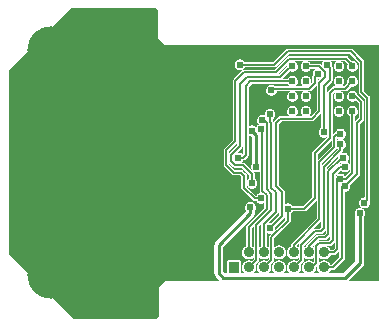
<source format=gbr>
G04 start of page 3 for group 1 idx 1 *
G04 Title: (unknown), bottom *
G04 Creator: pcb 20140316 *
G04 CreationDate: Mon Oct 20 11:42:40 2014 UTC *
G04 For: clemi *
G04 Format: Gerber/RS-274X *
G04 PCB-Dimensions (mil): 1470.00 1065.00 *
G04 PCB-Coordinate-Origin: lower left *
%MOIN*%
%FSLAX25Y25*%
%LNBOTTOM*%
%ADD46C,0.0130*%
%ADD45C,0.0130*%
%ADD44C,0.0197*%
%ADD43C,0.0827*%
%ADD42C,0.0118*%
%ADD41C,0.0240*%
%ADD40C,0.0276*%
%ADD39C,0.0198*%
%ADD38C,0.0354*%
%ADD37C,0.1575*%
%ADD36C,0.0100*%
%ADD35C,0.0060*%
%ADD34C,0.0001*%
G54D34*G36*
X111497Y19224D02*X113111Y20839D01*
X113138Y20862D01*
X113230Y20969D01*
X113304Y21090D01*
X113359Y21221D01*
X113392Y21359D01*
X113403Y21500D01*
X113400Y21535D01*
Y43701D01*
X113500Y43693D01*
X113783Y43716D01*
X114058Y43782D01*
X114320Y43890D01*
X114562Y44038D01*
X114777Y44223D01*
X114962Y44438D01*
X115110Y44680D01*
X115218Y44942D01*
X115284Y45217D01*
X115301Y45500D01*
X115284Y45783D01*
X115240Y45967D01*
X118111Y48839D01*
X118138Y48862D01*
X118230Y48969D01*
X118230Y48969D01*
X118304Y49090D01*
X118359Y49221D01*
X118392Y49359D01*
X118403Y49500D01*
X118400Y49535D01*
Y66127D01*
X119611Y67339D01*
X119638Y67362D01*
X119730Y67469D01*
X119804Y67590D01*
X119859Y67721D01*
X119892Y67859D01*
X119903Y68000D01*
X119900Y68035D01*
Y73465D01*
X119903Y73500D01*
X119892Y73641D01*
X119892Y73641D01*
X119859Y73779D01*
X119804Y73910D01*
X119730Y74031D01*
X119638Y74138D01*
X119611Y74161D01*
X117719Y76054D01*
X117718Y76058D01*
X117610Y76320D01*
X117462Y76562D01*
X117277Y76777D01*
X117062Y76962D01*
X116820Y77110D01*
X116558Y77218D01*
X116283Y77284D01*
X116000Y77307D01*
X115717Y77284D01*
X115442Y77218D01*
X115180Y77110D01*
X114938Y76962D01*
X114723Y76777D01*
X114538Y76562D01*
X114390Y76320D01*
X114282Y76058D01*
X114216Y75783D01*
X114193Y75500D01*
X114216Y75217D01*
X114282Y74942D01*
X114390Y74680D01*
X114538Y74438D01*
X114723Y74223D01*
X114938Y74038D01*
X115180Y73890D01*
X115442Y73782D01*
X115717Y73716D01*
X116000Y73693D01*
X116283Y73716D01*
X116558Y73782D01*
X116820Y73890D01*
X117062Y74038D01*
X117130Y74097D01*
X118100Y73127D01*
Y68373D01*
X116900Y67173D01*
Y68939D01*
X117062Y69038D01*
X117277Y69223D01*
X117462Y69438D01*
X117610Y69680D01*
X117718Y69942D01*
X117784Y70217D01*
X117801Y70500D01*
X117784Y70783D01*
X117718Y71058D01*
X117610Y71320D01*
X117462Y71562D01*
X117277Y71777D01*
X117062Y71962D01*
X116820Y72110D01*
X116558Y72218D01*
X116283Y72284D01*
X116000Y72307D01*
X115717Y72284D01*
X115442Y72218D01*
X115180Y72110D01*
X114938Y71962D01*
X114723Y71777D01*
X114538Y71562D01*
X114390Y71320D01*
X114282Y71058D01*
X114216Y70783D01*
X114193Y70500D01*
X114216Y70217D01*
X114282Y69942D01*
X114390Y69680D01*
X114538Y69438D01*
X114723Y69223D01*
X114938Y69038D01*
X115100Y68939D01*
Y52836D01*
X114962Y53062D01*
X114777Y53277D01*
X114562Y53462D01*
X114320Y53610D01*
X114202Y53658D01*
X114277Y53723D01*
X114462Y53938D01*
X114610Y54180D01*
X114718Y54442D01*
X114784Y54717D01*
X114801Y55000D01*
X114784Y55283D01*
X114718Y55558D01*
X114610Y55820D01*
X114462Y56062D01*
X114277Y56277D01*
X114062Y56462D01*
X113820Y56610D01*
X113558Y56718D01*
X113283Y56784D01*
X113000Y56807D01*
X112717Y56784D01*
X112506Y56734D01*
X112611Y56839D01*
X112638Y56862D01*
X112730Y56969D01*
X112730Y56969D01*
X112804Y57090D01*
X112859Y57221D01*
X112892Y57359D01*
X112903Y57500D01*
X112900Y57535D01*
Y57939D01*
X113062Y58038D01*
X113277Y58223D01*
X113462Y58438D01*
X113610Y58680D01*
X113718Y58942D01*
X113784Y59217D01*
X113801Y59500D01*
X113784Y59783D01*
X113718Y60058D01*
X113610Y60320D01*
X113462Y60562D01*
X113277Y60777D01*
X113062Y60962D01*
X112820Y61110D01*
X112558Y61218D01*
X112426Y61250D01*
X112558Y61282D01*
X112820Y61390D01*
X113062Y61538D01*
X113277Y61723D01*
X113462Y61938D01*
X113610Y62180D01*
X113718Y62442D01*
X113784Y62717D01*
X113801Y63000D01*
X113784Y63283D01*
X113718Y63558D01*
X113610Y63820D01*
X113462Y64062D01*
X113277Y64277D01*
X113062Y64462D01*
X112820Y64610D01*
X112558Y64718D01*
X112283Y64784D01*
X112000Y64807D01*
X111717Y64784D01*
X111497Y64731D01*
Y68694D01*
X111500Y68693D01*
X111783Y68716D01*
X112058Y68782D01*
X112320Y68890D01*
X112562Y69038D01*
X112777Y69223D01*
X112962Y69438D01*
X113110Y69680D01*
X113218Y69942D01*
X113284Y70217D01*
X113301Y70500D01*
X113284Y70783D01*
X113218Y71058D01*
X113110Y71320D01*
X112962Y71562D01*
X112777Y71777D01*
X112562Y71962D01*
X112320Y72110D01*
X112058Y72218D01*
X111783Y72284D01*
X111500Y72307D01*
X111497Y72306D01*
Y73694D01*
X111500Y73693D01*
X111783Y73716D01*
X112058Y73782D01*
X112320Y73890D01*
X112562Y74038D01*
X112777Y74223D01*
X112962Y74438D01*
X113110Y74680D01*
X113218Y74942D01*
X113284Y75217D01*
X113301Y75500D01*
X113284Y75783D01*
X113218Y76058D01*
X113110Y76320D01*
X112962Y76562D01*
X112777Y76777D01*
X112562Y76962D01*
X112336Y77100D01*
X113465D01*
X113500Y77097D01*
X113641Y77108D01*
X113641Y77108D01*
X113779Y77141D01*
X113910Y77196D01*
X114031Y77270D01*
X114138Y77362D01*
X114161Y77389D01*
X115533Y78760D01*
X115717Y78716D01*
X116000Y78693D01*
X116283Y78716D01*
X116558Y78782D01*
X116820Y78890D01*
X117062Y79038D01*
X117277Y79223D01*
X117462Y79438D01*
X117610Y79680D01*
X117718Y79942D01*
X117784Y80217D01*
X117801Y80500D01*
X117784Y80783D01*
X117718Y81058D01*
X117610Y81320D01*
X117462Y81562D01*
X117277Y81777D01*
X117062Y81962D01*
X116820Y82110D01*
X116558Y82218D01*
X116283Y82284D01*
X116000Y82307D01*
X115717Y82284D01*
X115442Y82218D01*
X115180Y82110D01*
X114938Y81962D01*
X114723Y81777D01*
X114538Y81562D01*
X114390Y81320D01*
X114282Y81058D01*
X114216Y80783D01*
X114193Y80500D01*
X114216Y80217D01*
X114260Y80033D01*
X113127Y78900D01*
X112336D01*
X112562Y79038D01*
X112777Y79223D01*
X112962Y79438D01*
X113110Y79680D01*
X113218Y79942D01*
X113284Y80217D01*
X113301Y80500D01*
X113284Y80783D01*
X113218Y81058D01*
X113110Y81320D01*
X112962Y81562D01*
X112777Y81777D01*
X112562Y81962D01*
X112320Y82110D01*
X112058Y82218D01*
X111783Y82284D01*
X111500Y82307D01*
X111497Y82306D01*
Y83694D01*
X111500Y83693D01*
X111783Y83716D01*
X112058Y83782D01*
X112320Y83890D01*
X112562Y84038D01*
X112777Y84223D01*
X112962Y84438D01*
X113110Y84680D01*
X113218Y84942D01*
X113284Y85217D01*
X113301Y85500D01*
X113284Y85783D01*
X113218Y86058D01*
X113110Y86320D01*
X112962Y86562D01*
X112777Y86777D01*
X112562Y86962D01*
X112336Y87100D01*
X113627D01*
X114397Y86331D01*
X114390Y86320D01*
X114282Y86058D01*
X114216Y85783D01*
X114193Y85500D01*
X114216Y85217D01*
X114282Y84942D01*
X114390Y84680D01*
X114538Y84438D01*
X114723Y84223D01*
X114938Y84038D01*
X115180Y83890D01*
X115442Y83782D01*
X115717Y83716D01*
X116000Y83693D01*
X116283Y83716D01*
X116558Y83782D01*
X116820Y83890D01*
X117062Y84038D01*
X117277Y84223D01*
X117462Y84438D01*
X117610Y84680D01*
X117718Y84942D01*
X117784Y85217D01*
X117801Y85500D01*
X117784Y85783D01*
X117718Y86058D01*
X117610Y86320D01*
X117462Y86562D01*
X117277Y86777D01*
X117062Y86962D01*
X116820Y87110D01*
X116602Y87200D01*
X117527D01*
X118100Y86627D01*
Y77035D01*
X118097Y77000D01*
X118108Y76859D01*
Y76859D01*
X118141Y76721D01*
X118196Y76590D01*
X118270Y76469D01*
X118362Y76362D01*
X118389Y76339D01*
X120100Y74627D01*
Y41799D01*
X120000Y41807D01*
X119717Y41784D01*
X119442Y41718D01*
X119180Y41610D01*
X118938Y41462D01*
X118723Y41277D01*
X118538Y41062D01*
X118390Y40820D01*
X118282Y40558D01*
X118216Y40283D01*
X118193Y40000D01*
X118216Y39717D01*
X118282Y39442D01*
X118390Y39180D01*
X118538Y38938D01*
X118723Y38723D01*
X118938Y38538D01*
X119180Y38390D01*
X119442Y38282D01*
X119717Y38216D01*
X120000Y38193D01*
X120283Y38216D01*
X120558Y38282D01*
X120820Y38390D01*
X121062Y38538D01*
X121277Y38723D01*
X121462Y38938D01*
X121610Y39180D01*
X121718Y39442D01*
X121784Y39717D01*
X121801Y40000D01*
X121784Y40283D01*
X121737Y40480D01*
X121804Y40590D01*
X121859Y40721D01*
X121892Y40859D01*
X121903Y41000D01*
X121900Y41035D01*
Y74965D01*
X121903Y75000D01*
X121892Y75141D01*
X121859Y75279D01*
X121804Y75410D01*
X121759Y75484D01*
X121730Y75531D01*
X121638Y75638D01*
X121611Y75661D01*
X119900Y77373D01*
Y86965D01*
X119903Y87000D01*
X119892Y87141D01*
X119892Y87141D01*
X119878Y87200D01*
X122000D01*
Y15400D01*
X116021D01*
X119519Y18898D01*
X119564Y18936D01*
X119717Y19115D01*
X119717Y19116D01*
X119841Y19317D01*
X119931Y19535D01*
X119986Y19765D01*
X120005Y20000D01*
X120000Y20059D01*
Y35501D01*
X120110Y35680D01*
X120218Y35942D01*
X120284Y36217D01*
X120301Y36500D01*
X120284Y36783D01*
X120218Y37058D01*
X120110Y37320D01*
X119962Y37562D01*
X119777Y37777D01*
X119562Y37962D01*
X119320Y38110D01*
X119058Y38218D01*
X118783Y38284D01*
X118500Y38307D01*
X118217Y38284D01*
X117942Y38218D01*
X117680Y38110D01*
X117438Y37962D01*
X117223Y37777D01*
X117038Y37562D01*
X116890Y37320D01*
X116782Y37058D01*
X116716Y36783D01*
X116693Y36500D01*
X116716Y36217D01*
X116782Y35942D01*
X116890Y35680D01*
X117000Y35501D01*
Y20621D01*
X112879Y16500D01*
X111497D01*
Y19224D01*
G37*
G36*
Y82306D02*X111217Y82284D01*
X110942Y82218D01*
X110680Y82110D01*
X110438Y81962D01*
X110223Y81777D01*
X110038Y81562D01*
X109890Y81320D01*
X109782Y81058D01*
X109716Y80783D01*
X109693Y80500D01*
X109716Y80217D01*
X109782Y79942D01*
X109890Y79680D01*
X110038Y79438D01*
X110223Y79223D01*
X110438Y79038D01*
X110664Y78900D01*
X110035D01*
X110000Y78903D01*
X109859Y78892D01*
X109721Y78859D01*
X109590Y78804D01*
X109469Y78730D01*
X109362Y78638D01*
X109339Y78611D01*
X107889Y77161D01*
X107862Y77138D01*
X107770Y77031D01*
X107696Y76910D01*
X107641Y76779D01*
X107608Y76641D01*
X107608Y76641D01*
X107597Y76500D01*
X107600Y76465D01*
Y64929D01*
X107562Y64962D01*
X107400Y65061D01*
Y78627D01*
X109111Y80339D01*
X109138Y80362D01*
X109230Y80469D01*
X109230Y80469D01*
X109304Y80590D01*
X109359Y80721D01*
X109392Y80859D01*
X109403Y81000D01*
X109400Y81035D01*
Y84965D01*
X109403Y85000D01*
X109392Y85141D01*
X109359Y85279D01*
X109304Y85410D01*
X109259Y85484D01*
X109237Y85520D01*
X109284Y85717D01*
X109301Y86000D01*
X109284Y86283D01*
X109218Y86558D01*
X109110Y86820D01*
X108962Y87062D01*
X108929Y87100D01*
X110664D01*
X110438Y86962D01*
X110223Y86777D01*
X110038Y86562D01*
X109890Y86320D01*
X109782Y86058D01*
X109716Y85783D01*
X109693Y85500D01*
X109716Y85217D01*
X109782Y84942D01*
X109890Y84680D01*
X110038Y84438D01*
X110223Y84223D01*
X110438Y84038D01*
X110680Y83890D01*
X110942Y83782D01*
X111217Y83716D01*
X111497Y83694D01*
Y82306D01*
G37*
G36*
Y64731D02*X111442Y64718D01*
X111180Y64610D01*
X110938Y64462D01*
X110723Y64277D01*
X110538Y64062D01*
X110390Y63820D01*
X110282Y63558D01*
X110281Y63554D01*
X109400Y62673D01*
Y76127D01*
X110373Y77100D01*
X110664D01*
X110438Y76962D01*
X110223Y76777D01*
X110038Y76562D01*
X109890Y76320D01*
X109782Y76058D01*
X109716Y75783D01*
X109693Y75500D01*
X109716Y75217D01*
X109782Y74942D01*
X109890Y74680D01*
X110038Y74438D01*
X110223Y74223D01*
X110438Y74038D01*
X110680Y73890D01*
X110942Y73782D01*
X111217Y73716D01*
X111497Y73694D01*
Y72306D01*
X111217Y72284D01*
X110942Y72218D01*
X110680Y72110D01*
X110438Y71962D01*
X110223Y71777D01*
X110038Y71562D01*
X109890Y71320D01*
X109782Y71058D01*
X109716Y70783D01*
X109693Y70500D01*
X109716Y70217D01*
X109782Y69942D01*
X109890Y69680D01*
X110038Y69438D01*
X110223Y69223D01*
X110438Y69038D01*
X110680Y68890D01*
X110942Y68782D01*
X111217Y68716D01*
X111497Y68694D01*
Y64731D01*
G37*
G36*
X108694Y17600D02*X109465D01*
X109500Y17597D01*
X109641Y17608D01*
X109641Y17608D01*
X109779Y17641D01*
X109910Y17696D01*
X110031Y17770D01*
X110138Y17862D01*
X110161Y17889D01*
X111497Y19224D01*
Y16500D01*
X107775D01*
X107898Y16575D01*
X108182Y16818D01*
X108425Y17102D01*
X108620Y17420D01*
X108694Y17600D01*
G37*
G36*
X105600Y33827D02*Y31873D01*
X105127Y31400D01*
X103535D01*
X103500Y31403D01*
X103359Y31392D01*
X103221Y31359D01*
X103090Y31304D01*
X103057Y31284D01*
X105600Y33827D01*
G37*
G36*
X104873Y27600D02*X106965D01*
X107000Y27597D01*
X107141Y27608D01*
X107141Y27608D01*
X107279Y27641D01*
X107410Y27696D01*
X107531Y27770D01*
X107638Y27862D01*
X107661Y27889D01*
X108600Y28827D01*
Y27873D01*
X108127Y27400D01*
X105035D01*
X105000Y27403D01*
X104859Y27392D01*
X104721Y27359D01*
X104590Y27304D01*
X104557Y27284D01*
X104873Y27600D01*
G37*
G36*
X109100Y60827D02*Y58873D01*
X104400Y54173D01*
Y56127D01*
X109100Y60827D01*
G37*
G36*
X104100Y40827D02*Y34873D01*
X95889Y26661D01*
X95862Y26638D01*
X95770Y26531D01*
X95696Y26410D01*
X95641Y26279D01*
X95608Y26141D01*
X95608Y26141D01*
X95597Y26000D01*
X95600Y25965D01*
Y25694D01*
X95420Y25620D01*
X95102Y25425D01*
X94818Y25182D01*
X94575Y24898D01*
X94380Y24580D01*
X94237Y24235D01*
X94150Y23872D01*
X94121Y23500D01*
X94150Y23128D01*
X94237Y22765D01*
X94380Y22420D01*
X94575Y22102D01*
X94818Y21818D01*
X95102Y21575D01*
X95420Y21380D01*
X95765Y21237D01*
X96128Y21150D01*
X96500Y21121D01*
X96872Y21150D01*
X97235Y21237D01*
X97580Y21380D01*
X97898Y21575D01*
X98100Y21748D01*
Y21373D01*
X97415Y20688D01*
X97235Y20763D01*
X96872Y20850D01*
X96500Y20879D01*
X96128Y20850D01*
X95765Y20763D01*
X95420Y20620D01*
X95102Y20425D01*
X94818Y20182D01*
X94575Y19898D01*
X94380Y19580D01*
X94237Y19235D01*
X94150Y18872D01*
X94121Y18500D01*
X94150Y18128D01*
X94237Y17765D01*
X94380Y17420D01*
X94575Y17102D01*
X94818Y16818D01*
X95102Y16575D01*
X95225Y16500D01*
X92775D01*
X92898Y16575D01*
X93182Y16818D01*
X93425Y17102D01*
X93620Y17420D01*
X93763Y17765D01*
X93850Y18128D01*
X93872Y18500D01*
X93850Y18872D01*
X93763Y19235D01*
X93620Y19580D01*
X93425Y19898D01*
X93182Y20182D01*
X92898Y20425D01*
X92580Y20620D01*
X92235Y20763D01*
X91872Y20850D01*
X91500Y20879D01*
X91128Y20850D01*
X90765Y20763D01*
X90420Y20620D01*
X90102Y20425D01*
X89818Y20182D01*
X89575Y19898D01*
X89380Y19580D01*
X89237Y19235D01*
X89150Y18872D01*
X89121Y18500D01*
X89150Y18128D01*
X89237Y17765D01*
X89380Y17420D01*
X89575Y17102D01*
X89818Y16818D01*
X90102Y16575D01*
X90225Y16500D01*
X87775D01*
X87898Y16575D01*
X88182Y16818D01*
X88425Y17102D01*
X88620Y17420D01*
X88763Y17765D01*
X88850Y18128D01*
X88872Y18500D01*
X88850Y18872D01*
X88763Y19235D01*
X88688Y19415D01*
X89611Y20339D01*
X89638Y20362D01*
X89730Y20469D01*
X89730Y20469D01*
X89804Y20590D01*
X89859Y20721D01*
X89892Y20859D01*
X89903Y21000D01*
X89900Y21035D01*
Y21748D01*
X90102Y21575D01*
X90420Y21380D01*
X90765Y21237D01*
X91128Y21150D01*
X91500Y21121D01*
X91872Y21150D01*
X92235Y21237D01*
X92580Y21380D01*
X92898Y21575D01*
X93182Y21818D01*
X93425Y22102D01*
X93620Y22420D01*
X93763Y22765D01*
X93850Y23128D01*
X93872Y23500D01*
X93850Y23872D01*
X93763Y24235D01*
X93620Y24580D01*
X93425Y24898D01*
X93182Y25182D01*
X92898Y25425D01*
X92580Y25620D01*
X92235Y25763D01*
X91872Y25850D01*
X91500Y25879D01*
X91128Y25850D01*
X90765Y25763D01*
X90420Y25620D01*
X90102Y25425D01*
X89900Y25252D01*
Y28127D01*
X95111Y33339D01*
X95138Y33362D01*
X95230Y33469D01*
X95230Y33469D01*
X95304Y33590D01*
X95359Y33721D01*
X95392Y33859D01*
X95403Y34000D01*
X95400Y34035D01*
Y36439D01*
X95562Y36538D01*
X95777Y36723D01*
X95962Y36938D01*
X96061Y37100D01*
X99965D01*
X100000Y37097D01*
X100141Y37108D01*
X100141Y37108D01*
X100279Y37141D01*
X100410Y37196D01*
X100531Y37270D01*
X100638Y37362D01*
X100661Y37389D01*
X104100Y40827D01*
G37*
G36*
X97447Y25675D02*X98216Y26443D01*
X98196Y26410D01*
X98141Y26279D01*
X98108Y26141D01*
X98108Y26141D01*
X98097Y26000D01*
X98100Y25965D01*
Y25252D01*
X97898Y25425D01*
X97580Y25620D01*
X97447Y25675D01*
G37*
G36*
X98688Y19415D02*X99611Y20339D01*
X99638Y20362D01*
X99730Y20469D01*
X99804Y20590D01*
X99859Y20721D01*
X99892Y20859D01*
X99903Y21000D01*
X99900Y21035D01*
Y21748D01*
X100102Y21575D01*
X100420Y21380D01*
X100765Y21237D01*
X101128Y21150D01*
X101500Y21121D01*
X101872Y21150D01*
X102235Y21237D01*
X102580Y21380D01*
X102898Y21575D01*
X103100Y21748D01*
Y20373D01*
X103035Y20308D01*
X102898Y20425D01*
X102580Y20620D01*
X102235Y20763D01*
X101872Y20850D01*
X101500Y20879D01*
X101128Y20850D01*
X100765Y20763D01*
X100420Y20620D01*
X100102Y20425D01*
X99818Y20182D01*
X99575Y19898D01*
X99380Y19580D01*
X99237Y19235D01*
X99150Y18872D01*
X99121Y18500D01*
X99150Y18128D01*
X99237Y17765D01*
X99380Y17420D01*
X99575Y17102D01*
X99818Y16818D01*
X100102Y16575D01*
X100225Y16500D01*
X97775D01*
X97898Y16575D01*
X98182Y16818D01*
X98425Y17102D01*
X98620Y17420D01*
X98763Y17765D01*
X98850Y18128D01*
X98872Y18500D01*
X98850Y18872D01*
X98763Y19235D01*
X98688Y19415D01*
G37*
G36*
X99900Y25252D02*Y25627D01*
X103873Y29600D01*
X105465D01*
X105500Y29597D01*
X105641Y29608D01*
X105641Y29608D01*
X105779Y29641D01*
X105910Y29696D01*
X106031Y29770D01*
X106138Y29862D01*
X106161Y29889D01*
X107100Y30827D01*
Y29873D01*
X106627Y29400D01*
X104535D01*
X104500Y29403D01*
X104359Y29392D01*
X104221Y29359D01*
X104090Y29304D01*
X103969Y29230D01*
X103862Y29138D01*
X103839Y29111D01*
X100889Y26161D01*
X100862Y26138D01*
X100770Y26031D01*
X100696Y25910D01*
X100641Y25779D01*
X100623Y25704D01*
X100420Y25620D01*
X100102Y25425D01*
X99900Y25252D01*
G37*
G36*
X102774Y25501D02*X103216Y25943D01*
X103196Y25910D01*
X103141Y25779D01*
X103108Y25641D01*
X103108Y25641D01*
X103097Y25500D01*
X103100Y25465D01*
Y25252D01*
X102898Y25425D01*
X102774Y25501D01*
G37*
G36*
X103866Y18593D02*X104152Y18879D01*
X104150Y18872D01*
X104121Y18500D01*
X104150Y18128D01*
X104237Y17765D01*
X104380Y17420D01*
X104575Y17102D01*
X104818Y16818D01*
X105102Y16575D01*
X105225Y16500D01*
X102775D01*
X102898Y16575D01*
X103182Y16818D01*
X103425Y17102D01*
X103620Y17420D01*
X103763Y17765D01*
X103850Y18128D01*
X103872Y18500D01*
X103866Y18593D01*
G37*
G36*
X104900Y20252D02*Y21748D01*
X105102Y21575D01*
X105420Y21380D01*
X105765Y21237D01*
X106128Y21150D01*
X106500Y21121D01*
X106872Y21150D01*
X107235Y21237D01*
X107580Y21380D01*
X107898Y21575D01*
X108182Y21818D01*
X108425Y22102D01*
X108620Y22420D01*
X108694Y22600D01*
X109965D01*
X110000Y22597D01*
X110141Y22608D01*
X110141Y22608D01*
X110279Y22641D01*
X110410Y22696D01*
X110531Y22770D01*
X110638Y22862D01*
X110661Y22889D01*
X111600Y23827D01*
Y21873D01*
X109127Y19400D01*
X108694D01*
X108620Y19580D01*
X108425Y19898D01*
X108182Y20182D01*
X107898Y20425D01*
X107580Y20620D01*
X107235Y20763D01*
X106872Y20850D01*
X106500Y20879D01*
X106128Y20850D01*
X105765Y20763D01*
X105420Y20620D01*
X105102Y20425D01*
X104900Y20252D01*
G37*
G36*
X105349Y25576D02*X105373Y25600D01*
X105388D01*
X105349Y25576D01*
G37*
G36*
X107612Y25600D02*X108465D01*
X108500Y25597D01*
X108641Y25608D01*
X108641Y25608D01*
X108779Y25641D01*
X108910Y25696D01*
X109031Y25770D01*
X109138Y25862D01*
X109161Y25889D01*
X110100Y26827D01*
Y24873D01*
X109627Y24400D01*
X108694D01*
X108620Y24580D01*
X108425Y24898D01*
X108182Y25182D01*
X107898Y25425D01*
X107612Y25600D01*
G37*
G36*
X77600Y59827D02*Y59373D01*
X74900Y56673D01*
Y57127D01*
X77600Y59827D01*
G37*
G36*
X115100Y51164D02*Y50373D01*
X113627Y48900D01*
X113561D01*
X113462Y49062D01*
X113277Y49277D01*
X113062Y49462D01*
X112820Y49610D01*
X112558Y49718D01*
X112283Y49784D01*
X112000Y49807D01*
X111717Y49784D01*
X111442Y49718D01*
X111180Y49610D01*
X110938Y49462D01*
X110723Y49277D01*
X110538Y49062D01*
X110400Y48836D01*
Y49127D01*
X112118Y50845D01*
X112223Y50723D01*
X112438Y50538D01*
X112680Y50390D01*
X112942Y50282D01*
X113217Y50216D01*
X113500Y50193D01*
X113783Y50216D01*
X114058Y50282D01*
X114320Y50390D01*
X114562Y50538D01*
X114777Y50723D01*
X114962Y50938D01*
X115100Y51164D01*
G37*
G36*
X111938Y52898D02*X111859Y52892D01*
X111721Y52859D01*
X111590Y52804D01*
X111557Y52784D01*
X112169Y53397D01*
X112180Y53390D01*
X112298Y53342D01*
X112223Y53277D01*
X112038Y53062D01*
X111938Y52898D01*
G37*
G36*
X111196Y54969D02*X107400Y51173D01*
Y51627D01*
X111266Y55494D01*
X111216Y55283D01*
X111193Y55000D01*
X111196Y54969D01*
G37*
G36*
X111100Y57939D02*Y57873D01*
X105900Y52673D01*
Y53127D01*
X110611Y57839D01*
X110638Y57862D01*
X110730Y57969D01*
X110804Y58090D01*
X110824Y58136D01*
X110938Y58038D01*
X111100Y57939D01*
G37*
G36*
X110900Y60929D02*Y61571D01*
X110938Y61538D01*
X111180Y61390D01*
X111442Y61282D01*
X111574Y61250D01*
X111442Y61218D01*
X111180Y61110D01*
X110938Y60962D01*
X110900Y60929D01*
G37*
G36*
X107600Y62071D02*Y61873D01*
X102889Y57161D01*
X102862Y57138D01*
X102770Y57031D01*
X102696Y56910D01*
X102641Y56779D01*
X102608Y56641D01*
X102608Y56641D01*
X102597Y56500D01*
X102600Y56465D01*
Y41873D01*
X99627Y38900D01*
X96061D01*
X95962Y39062D01*
X95777Y39277D01*
X95562Y39462D01*
X95320Y39610D01*
X95058Y39718D01*
X94783Y39784D01*
X94500Y39807D01*
X94217Y39784D01*
X93942Y39718D01*
X93680Y39610D01*
X93438Y39462D01*
X93400Y39429D01*
Y43465D01*
X93403Y43500D01*
X93392Y43641D01*
X93359Y43779D01*
X93304Y43910D01*
X93259Y43984D01*
X93230Y44031D01*
X93138Y44138D01*
X93111Y44161D01*
X91400Y45873D01*
Y66127D01*
X92373Y67100D01*
X102465D01*
X102500Y67097D01*
X102641Y67108D01*
X102641Y67108D01*
X102779Y67141D01*
X102910Y67196D01*
X103031Y67270D01*
X103138Y67362D01*
X103161Y67389D01*
X105600Y69827D01*
Y65061D01*
X105438Y64962D01*
X105223Y64777D01*
X105038Y64562D01*
X104890Y64320D01*
X104782Y64058D01*
X104716Y63783D01*
X104693Y63500D01*
X104716Y63217D01*
X104782Y62942D01*
X104890Y62680D01*
X105038Y62438D01*
X105223Y62223D01*
X105438Y62038D01*
X105680Y61890D01*
X105942Y61782D01*
X106217Y61716D01*
X106500Y61693D01*
X106783Y61716D01*
X107058Y61782D01*
X107320Y61890D01*
X107562Y62038D01*
X107600Y62071D01*
G37*
G36*
X93600Y36439D02*Y34373D01*
X90234Y31006D01*
X90284Y31217D01*
X90301Y31500D01*
X90284Y31783D01*
X90240Y31967D01*
X93111Y34839D01*
X93138Y34862D01*
X93230Y34969D01*
X93230Y34969D01*
X93304Y35090D01*
X93359Y35221D01*
X93392Y35359D01*
X93403Y35500D01*
X93400Y35535D01*
Y36571D01*
X93438Y36538D01*
X93600Y36439D01*
G37*
G36*
X88994Y29766D02*X88389Y29161D01*
X88362Y29138D01*
X88270Y29031D01*
X88196Y28910D01*
X88141Y28779D01*
X88108Y28641D01*
X88108Y28641D01*
X88097Y28500D01*
X88100Y28465D01*
Y25252D01*
X87898Y25425D01*
X87580Y25620D01*
X87400Y25694D01*
Y30071D01*
X87438Y30038D01*
X87680Y29890D01*
X87942Y29782D01*
X88217Y29716D01*
X88500Y29693D01*
X88783Y29716D01*
X88994Y29766D01*
G37*
G36*
X88100Y21748D02*Y21373D01*
X87415Y20688D01*
X87235Y20763D01*
X86872Y20850D01*
X86500Y20879D01*
X86128Y20850D01*
X85765Y20763D01*
X85420Y20620D01*
X85102Y20425D01*
X84818Y20182D01*
X84575Y19898D01*
X84380Y19580D01*
X84237Y19235D01*
X84150Y18872D01*
X84121Y18500D01*
X84150Y18128D01*
X84237Y17765D01*
X84380Y17420D01*
X84575Y17102D01*
X84818Y16818D01*
X85102Y16575D01*
X85225Y16500D01*
X82775D01*
X82898Y16575D01*
X83182Y16818D01*
X83425Y17102D01*
X83620Y17420D01*
X83763Y17765D01*
X83850Y18128D01*
X83872Y18500D01*
X83850Y18872D01*
X83763Y19235D01*
X83688Y19415D01*
X84611Y20339D01*
X84638Y20362D01*
X84730Y20469D01*
X84804Y20590D01*
X84859Y20721D01*
X84892Y20859D01*
X84903Y21000D01*
X84900Y21035D01*
Y21748D01*
X85102Y21575D01*
X85420Y21380D01*
X85765Y21237D01*
X86128Y21150D01*
X86500Y21121D01*
X86872Y21150D01*
X87235Y21237D01*
X87580Y21380D01*
X87898Y21575D01*
X88100Y21748D01*
G37*
G36*
X82400Y25694D02*Y31627D01*
X83100Y32327D01*
Y25252D01*
X82898Y25425D01*
X82580Y25620D01*
X82400Y25694D01*
G37*
G36*
X83100Y21748D02*Y21373D01*
X82415Y20688D01*
X82235Y20763D01*
X81872Y20850D01*
X81500Y20879D01*
X81128Y20850D01*
X80765Y20763D01*
X80420Y20620D01*
X80102Y20425D01*
X79818Y20182D01*
X79575Y19898D01*
X79380Y19580D01*
X79237Y19235D01*
X79150Y18872D01*
X79121Y18500D01*
X79150Y18128D01*
X79237Y17765D01*
X79380Y17420D01*
X79575Y17102D01*
X79818Y16818D01*
X80102Y16575D01*
X80225Y16500D01*
X78826D01*
X78844Y16542D01*
X78866Y16634D01*
X78872Y16728D01*
X78866Y20366D01*
X78844Y20458D01*
X78808Y20545D01*
X78759Y20625D01*
X78697Y20697D01*
X78625Y20759D01*
X78545Y20808D01*
X78458Y20844D01*
X78366Y20866D01*
X78272Y20872D01*
X74634Y20866D01*
X74542Y20844D01*
X74455Y20808D01*
X74375Y20759D01*
X74303Y20697D01*
X74241Y20625D01*
X74192Y20545D01*
X74156Y20458D01*
X74134Y20366D01*
X74128Y20272D01*
X74134Y16634D01*
X74156Y16542D01*
X74174Y16500D01*
X73621D01*
X73000Y17121D01*
Y25379D01*
X83019Y35398D01*
X83064Y35436D01*
X83217Y35615D01*
X83217Y35616D01*
X83341Y35817D01*
X83431Y36035D01*
X83486Y36265D01*
X83505Y36500D01*
X83500Y36559D01*
Y37501D01*
X83610Y37680D01*
X83718Y37942D01*
X83784Y38217D01*
X83801Y38500D01*
X83784Y38783D01*
X83718Y39058D01*
X83610Y39320D01*
X83462Y39562D01*
X83277Y39777D01*
X83062Y39962D01*
X82820Y40110D01*
X82558Y40218D01*
X82283Y40284D01*
X82000Y40307D01*
X81717Y40284D01*
X81442Y40218D01*
X81180Y40110D01*
X80938Y39962D01*
X80723Y39777D01*
X80538Y39562D01*
X80390Y39320D01*
X80282Y39058D01*
X80216Y38783D01*
X80193Y38500D01*
X80216Y38217D01*
X80282Y37942D01*
X80390Y37680D01*
X80500Y37501D01*
Y37121D01*
X73000Y29621D01*
Y87200D01*
X77156D01*
X77038Y87062D01*
X76890Y86820D01*
X76782Y86558D01*
X76716Y86283D01*
X76693Y86000D01*
X76716Y85717D01*
X76782Y85442D01*
X76890Y85180D01*
X77038Y84938D01*
X77223Y84723D01*
X77438Y84538D01*
X77680Y84390D01*
X77942Y84282D01*
X78217Y84216D01*
X78500Y84193D01*
X78783Y84216D01*
X79058Y84282D01*
X79320Y84390D01*
X79562Y84538D01*
X79777Y84723D01*
X79962Y84938D01*
X80061Y85100D01*
X89965D01*
X90000Y85097D01*
X90141Y85108D01*
X90141Y85108D01*
X90279Y85141D01*
X90410Y85196D01*
X90531Y85270D01*
X90638Y85362D01*
X90661Y85389D01*
X92473Y87200D01*
X92927D01*
X90127Y84400D01*
X80035D01*
X80000Y84403D01*
X79859Y84392D01*
X79721Y84359D01*
X79590Y84304D01*
X79469Y84230D01*
X79362Y84138D01*
X79339Y84111D01*
X76389Y81161D01*
X76362Y81138D01*
X76270Y81031D01*
X76196Y80910D01*
X76141Y80779D01*
X76108Y80641D01*
X76108Y80641D01*
X76097Y80500D01*
X76100Y80465D01*
Y60873D01*
X73389Y58161D01*
X73362Y58138D01*
X73270Y58031D01*
X73196Y57910D01*
X73141Y57779D01*
X73108Y57641D01*
X73108Y57641D01*
X73097Y57500D01*
X73100Y57465D01*
Y52535D01*
X73097Y52500D01*
X73108Y52359D01*
Y52359D01*
X73141Y52221D01*
X73196Y52090D01*
X73270Y51969D01*
X73362Y51862D01*
X73389Y51839D01*
X75839Y49389D01*
X75862Y49362D01*
X75969Y49270D01*
X76090Y49196D01*
X76221Y49141D01*
X76359Y49108D01*
X76359D01*
X76500Y49097D01*
X76535Y49100D01*
X78627D01*
X79000Y48727D01*
Y45000D01*
X79009Y44843D01*
X79046Y44690D01*
X79106Y44545D01*
X79188Y44410D01*
X79291Y44291D01*
X79410Y44188D01*
X79545Y44106D01*
X79675Y44052D01*
X82839Y40889D01*
X82862Y40862D01*
X82969Y40770D01*
X83090Y40696D01*
X83221Y40641D01*
X83359Y40608D01*
X83359D01*
X83500Y40597D01*
X83535Y40600D01*
X83939D01*
X84038Y40438D01*
X84223Y40223D01*
X84438Y40038D01*
X84680Y39890D01*
X84942Y39782D01*
X85217Y39716D01*
X85500Y39693D01*
X85783Y39716D01*
X86058Y39782D01*
X86320Y39890D01*
X86562Y40038D01*
X86600Y40071D01*
Y38373D01*
X80889Y32661D01*
X80862Y32638D01*
X80770Y32531D01*
X80696Y32410D01*
X80641Y32279D01*
X80608Y32141D01*
X80608Y32141D01*
X80597Y32000D01*
X80600Y31965D01*
Y25694D01*
X80420Y25620D01*
X80102Y25425D01*
X79818Y25182D01*
X79575Y24898D01*
X79380Y24580D01*
X79237Y24235D01*
X79150Y23872D01*
X79121Y23500D01*
X79150Y23128D01*
X79237Y22765D01*
X79380Y22420D01*
X79575Y22102D01*
X79818Y21818D01*
X80102Y21575D01*
X80420Y21380D01*
X80765Y21237D01*
X81128Y21150D01*
X81500Y21121D01*
X81872Y21150D01*
X82235Y21237D01*
X82580Y21380D01*
X82898Y21575D01*
X83100Y21748D01*
G37*
G36*
X84900Y25252D02*Y32127D01*
X85600Y32827D01*
Y25694D01*
X85420Y25620D01*
X85102Y25425D01*
X84900Y25252D01*
G37*
G36*
X88006Y33234D02*X91111Y36339D01*
X91138Y36362D01*
X91230Y36469D01*
X91230Y36469D01*
X91304Y36590D01*
X91359Y36721D01*
X91392Y36859D01*
X91403Y37000D01*
X91400Y37035D01*
Y43327D01*
X91600Y43127D01*
Y35873D01*
X88967Y33240D01*
X88783Y33284D01*
X88500Y33307D01*
X88217Y33284D01*
X88006Y33234D01*
G37*
G36*
X107600Y84201D02*Y84173D01*
X107574Y84199D01*
X107600Y84201D01*
G37*
G36*
X105699Y86074D02*X105661Y86111D01*
X105638Y86138D01*
X105531Y86230D01*
X105484Y86259D01*
X105410Y86304D01*
X105279Y86359D01*
X105141Y86392D01*
X105000Y86403D01*
X104965Y86400D01*
X102061D01*
X101962Y86562D01*
X101777Y86777D01*
X101562Y86962D01*
X101336Y87100D01*
X106071D01*
X106038Y87062D01*
X105890Y86820D01*
X105782Y86558D01*
X105716Y86283D01*
X105699Y86074D01*
G37*
G36*
X102061Y84600D02*X103664D01*
X103438Y84462D01*
X103223Y84277D01*
X103038Y84062D01*
X102890Y83820D01*
X102782Y83558D01*
X102716Y83283D01*
X102693Y83000D01*
X102716Y82717D01*
X102763Y82520D01*
X102696Y82410D01*
X102641Y82279D01*
X102608Y82141D01*
X102608Y82141D01*
X102597Y82000D01*
X102600Y81965D01*
Y80373D01*
X102234Y80006D01*
X102284Y80217D01*
X102301Y80500D01*
X102284Y80783D01*
X102218Y81058D01*
X102110Y81320D01*
X101962Y81562D01*
X101777Y81777D01*
X101562Y81962D01*
X101320Y82110D01*
X101058Y82218D01*
X100783Y82284D01*
X100500Y82307D01*
X100217Y82284D01*
X99942Y82218D01*
X99680Y82110D01*
X99438Y81962D01*
X99223Y81777D01*
X99038Y81562D01*
X98890Y81320D01*
X98782Y81058D01*
X98716Y80783D01*
X98693Y80500D01*
X98716Y80217D01*
X98782Y79942D01*
X98890Y79680D01*
X99038Y79438D01*
X99223Y79223D01*
X99438Y79038D01*
X99664Y78900D01*
X96836D01*
X97062Y79038D01*
X97277Y79223D01*
X97462Y79438D01*
X97610Y79680D01*
X97718Y79942D01*
X97784Y80217D01*
X97801Y80500D01*
X97784Y80783D01*
X97718Y81058D01*
X97610Y81320D01*
X97462Y81562D01*
X97277Y81777D01*
X97062Y81962D01*
X96820Y82110D01*
X96558Y82218D01*
X96283Y82284D01*
X96000Y82307D01*
X95717Y82284D01*
X95442Y82218D01*
X95180Y82110D01*
X94938Y81962D01*
X94723Y81777D01*
X94538Y81562D01*
X94439Y81400D01*
X92673D01*
X95169Y83897D01*
X95180Y83890D01*
X95442Y83782D01*
X95717Y83716D01*
X96000Y83693D01*
X96283Y83716D01*
X96558Y83782D01*
X96820Y83890D01*
X97062Y84038D01*
X97277Y84223D01*
X97462Y84438D01*
X97610Y84680D01*
X97718Y84942D01*
X97784Y85217D01*
X97801Y85500D01*
X97784Y85783D01*
X97718Y86058D01*
X97610Y86320D01*
X97462Y86562D01*
X97277Y86777D01*
X97062Y86962D01*
X96836Y87100D01*
X99664D01*
X99438Y86962D01*
X99223Y86777D01*
X99038Y86562D01*
X98890Y86320D01*
X98782Y86058D01*
X98716Y85783D01*
X98693Y85500D01*
X98716Y85217D01*
X98782Y84942D01*
X98890Y84680D01*
X99038Y84438D01*
X99223Y84223D01*
X99438Y84038D01*
X99680Y83890D01*
X99942Y83782D01*
X100217Y83716D01*
X100500Y83693D01*
X100783Y83716D01*
X101058Y83782D01*
X101320Y83890D01*
X101562Y84038D01*
X101777Y84223D01*
X101962Y84438D01*
X102061Y84600D01*
G37*
G36*
X104994Y81266D02*X104400Y80673D01*
Y81201D01*
X104500Y81193D01*
X104783Y81216D01*
X104994Y81266D01*
G37*
G36*
X95164Y78900D02*X90134D01*
X90062Y78962D01*
X89820Y79110D01*
X89558Y79218D01*
X89283Y79284D01*
X89000Y79307D01*
X88717Y79284D01*
X88442Y79218D01*
X88180Y79110D01*
X87938Y78962D01*
X87723Y78777D01*
X87538Y78562D01*
X87390Y78320D01*
X87282Y78058D01*
X87216Y77783D01*
X87193Y77500D01*
X87216Y77217D01*
X87282Y76942D01*
X87390Y76680D01*
X87538Y76438D01*
X87723Y76223D01*
X87938Y76038D01*
X88180Y75890D01*
X88442Y75782D01*
X88717Y75716D01*
X89000Y75693D01*
X89283Y75716D01*
X89558Y75782D01*
X89820Y75890D01*
X90062Y76038D01*
X90277Y76223D01*
X90462Y76438D01*
X90610Y76680D01*
X90718Y76942D01*
X90756Y77100D01*
X95164D01*
X94938Y76962D01*
X94723Y76777D01*
X94538Y76562D01*
X94390Y76320D01*
X94282Y76058D01*
X94216Y75783D01*
X94193Y75500D01*
X94216Y75217D01*
X94282Y74942D01*
X94390Y74680D01*
X94538Y74438D01*
X94723Y74223D01*
X94938Y74038D01*
X95180Y73890D01*
X95442Y73782D01*
X95717Y73716D01*
X96000Y73693D01*
X96283Y73716D01*
X96558Y73782D01*
X96820Y73890D01*
X97062Y74038D01*
X97277Y74223D01*
X97462Y74438D01*
X97610Y74680D01*
X97718Y74942D01*
X97784Y75217D01*
X97801Y75500D01*
X97784Y75783D01*
X97718Y76058D01*
X97610Y76320D01*
X97462Y76562D01*
X97277Y76777D01*
X97062Y76962D01*
X96836Y77100D01*
X99664D01*
X99438Y76962D01*
X99223Y76777D01*
X99038Y76562D01*
X98890Y76320D01*
X98782Y76058D01*
X98716Y75783D01*
X98693Y75500D01*
X98716Y75217D01*
X98782Y74942D01*
X98890Y74680D01*
X99038Y74438D01*
X99223Y74223D01*
X99438Y74038D01*
X99680Y73890D01*
X99942Y73782D01*
X100217Y73716D01*
X100500Y73693D01*
X100783Y73716D01*
X101058Y73782D01*
X101320Y73890D01*
X101562Y74038D01*
X101777Y74223D01*
X101962Y74438D01*
X102110Y74680D01*
X102218Y74942D01*
X102284Y75217D01*
X102301Y75500D01*
X102284Y75783D01*
X102218Y76058D01*
X102110Y76320D01*
X101962Y76562D01*
X101777Y76777D01*
X101562Y76962D01*
X101336Y77100D01*
X101465D01*
X101500Y77097D01*
X101641Y77108D01*
X101641Y77108D01*
X101779Y77141D01*
X101910Y77196D01*
X102031Y77270D01*
X102138Y77362D01*
X102161Y77389D01*
X104100Y79327D01*
Y70873D01*
X102127Y68900D01*
X101336D01*
X101562Y69038D01*
X101777Y69223D01*
X101962Y69438D01*
X102110Y69680D01*
X102218Y69942D01*
X102284Y70217D01*
X102301Y70500D01*
X102284Y70783D01*
X102218Y71058D01*
X102110Y71320D01*
X101962Y71562D01*
X101777Y71777D01*
X101562Y71962D01*
X101320Y72110D01*
X101058Y72218D01*
X100783Y72284D01*
X100500Y72307D01*
X100217Y72284D01*
X99942Y72218D01*
X99680Y72110D01*
X99438Y71962D01*
X99223Y71777D01*
X99038Y71562D01*
X98890Y71320D01*
X98782Y71058D01*
X98716Y70783D01*
X98693Y70500D01*
X98716Y70217D01*
X98782Y69942D01*
X98890Y69680D01*
X99038Y69438D01*
X99223Y69223D01*
X99438Y69038D01*
X99664Y68900D01*
X96836D01*
X97062Y69038D01*
X97277Y69223D01*
X97462Y69438D01*
X97610Y69680D01*
X97718Y69942D01*
X97784Y70217D01*
X97801Y70500D01*
X97784Y70783D01*
X97718Y71058D01*
X97610Y71320D01*
X97462Y71562D01*
X97277Y71777D01*
X97062Y71962D01*
X96820Y72110D01*
X96558Y72218D01*
X96283Y72284D01*
X96000Y72307D01*
X95717Y72284D01*
X95442Y72218D01*
X95180Y72110D01*
X94938Y71962D01*
X94723Y71777D01*
X94538Y71562D01*
X94390Y71320D01*
X94282Y71058D01*
X94216Y70783D01*
X94193Y70500D01*
X94216Y70217D01*
X94282Y69942D01*
X94390Y69680D01*
X94538Y69438D01*
X94723Y69223D01*
X94938Y69038D01*
X95164Y68900D01*
X92035D01*
X92000Y68903D01*
X91859Y68892D01*
X91721Y68859D01*
X91590Y68804D01*
X91469Y68730D01*
X91362Y68638D01*
X91339Y68611D01*
X89889Y67161D01*
X89862Y67138D01*
X89770Y67031D01*
X89750Y66999D01*
X89730Y67031D01*
X89638Y67138D01*
X89611Y67161D01*
X89400Y67373D01*
Y67939D01*
X89562Y68038D01*
X89777Y68223D01*
X89962Y68438D01*
X90110Y68680D01*
X90218Y68942D01*
X90284Y69217D01*
X90301Y69500D01*
X90284Y69783D01*
X90218Y70058D01*
X90110Y70320D01*
X89962Y70562D01*
X89777Y70777D01*
X89562Y70962D01*
X89320Y71110D01*
X89058Y71218D01*
X88783Y71284D01*
X88500Y71307D01*
X88217Y71284D01*
X87942Y71218D01*
X87680Y71110D01*
X87438Y70962D01*
X87223Y70777D01*
X87038Y70562D01*
X86890Y70320D01*
X86782Y70058D01*
X86716Y69783D01*
X86693Y69500D01*
X86716Y69217D01*
X86733Y69146D01*
X86558Y69218D01*
X86283Y69284D01*
X86000Y69307D01*
X85717Y69284D01*
X85442Y69218D01*
X85180Y69110D01*
X84938Y68962D01*
X84723Y68777D01*
X84538Y68562D01*
X84390Y68320D01*
X84282Y68058D01*
X84216Y67783D01*
X84193Y67500D01*
X84216Y67217D01*
X84282Y66942D01*
X84390Y66680D01*
X84538Y66438D01*
X84723Y66223D01*
X84798Y66158D01*
X84680Y66110D01*
X84438Y65962D01*
X84223Y65777D01*
X84038Y65562D01*
X83890Y65320D01*
X83842Y65202D01*
X83777Y65277D01*
X83562Y65462D01*
X83320Y65610D01*
X83058Y65718D01*
X82783Y65784D01*
X82500Y65807D01*
X82217Y65784D01*
X81942Y65718D01*
X81680Y65610D01*
X81438Y65462D01*
X81400Y65429D01*
Y78627D01*
X82373Y79600D01*
X94439D01*
X94538Y79438D01*
X94723Y79223D01*
X94938Y79038D01*
X95164Y78900D01*
G37*
G36*
X94196Y85469D02*X91627Y82900D01*
X91173D01*
X94266Y85994D01*
X94216Y85783D01*
X94193Y85500D01*
X94196Y85469D01*
G37*
G36*
X79844Y87200D02*X89927D01*
X89627Y86900D01*
X80061D01*
X79962Y87062D01*
X79844Y87200D01*
G37*
G36*
X83939Y42400D02*X83873D01*
X81000Y45273D01*
Y45501D01*
X81038Y45438D01*
X81223Y45223D01*
X81438Y45038D01*
X81680Y44890D01*
X81942Y44782D01*
X82217Y44716D01*
X82500Y44693D01*
X82783Y44716D01*
X83058Y44782D01*
X83320Y44890D01*
X83562Y45038D01*
X83777Y45223D01*
X83962Y45438D01*
X84110Y45680D01*
X84218Y45942D01*
X84284Y46217D01*
X84301Y46500D01*
X84284Y46783D01*
X84218Y47058D01*
X84110Y47320D01*
X83962Y47562D01*
X83777Y47777D01*
X83562Y47962D01*
X83400Y48061D01*
Y49465D01*
X83403Y49500D01*
X83392Y49641D01*
X83392Y49641D01*
X83359Y49779D01*
X83304Y49910D01*
X83230Y50031D01*
X83138Y50138D01*
X83111Y50161D01*
X80161Y53111D01*
X80138Y53138D01*
X80031Y53230D01*
X79910Y53304D01*
X79779Y53359D01*
X79641Y53392D01*
X79641Y53392D01*
X79500Y53403D01*
X79465Y53400D01*
X78836D01*
X79062Y53538D01*
X79277Y53723D01*
X79462Y53938D01*
X79562Y54102D01*
X79641Y54108D01*
X79641Y54108D01*
X79779Y54141D01*
X79910Y54196D01*
X80031Y54270D01*
X80138Y54362D01*
X80161Y54389D01*
X81111Y55339D01*
X81138Y55362D01*
X81230Y55469D01*
X81304Y55590D01*
X81359Y55721D01*
X81392Y55859D01*
X81403Y56000D01*
X81400Y56035D01*
Y62571D01*
X81438Y62538D01*
X81680Y62390D01*
X81942Y62282D01*
X82146Y62233D01*
X82500Y61879D01*
Y52999D01*
X82390Y52820D01*
X82282Y52558D01*
X82216Y52283D01*
X82193Y52000D01*
X82216Y51717D01*
X82282Y51442D01*
X82390Y51180D01*
X82538Y50938D01*
X82723Y50723D01*
X82938Y50538D01*
X83180Y50390D01*
X83442Y50282D01*
X83717Y50216D01*
X84000Y50193D01*
X84283Y50216D01*
X84558Y50282D01*
X84820Y50390D01*
X85062Y50538D01*
X85100Y50571D01*
Y44035D01*
X85097Y44000D01*
X85108Y43859D01*
X85141Y43721D01*
X85196Y43590D01*
X85270Y43469D01*
X85270Y43469D01*
X85362Y43362D01*
X85388Y43339D01*
X85426Y43301D01*
X85217Y43284D01*
X84942Y43218D01*
X84680Y43110D01*
X84438Y42962D01*
X84223Y42777D01*
X84038Y42562D01*
X83939Y42400D01*
G37*
G36*
X81000Y47499D02*Y49000D01*
X80991Y49157D01*
X80954Y49310D01*
X80894Y49455D01*
X80812Y49590D01*
X80709Y49709D01*
X80590Y49812D01*
X80455Y49894D01*
X80325Y49948D01*
X79661Y50611D01*
X79638Y50638D01*
X79531Y50730D01*
X79410Y50804D01*
X79279Y50859D01*
X79141Y50892D01*
X79141Y50892D01*
X79000Y50903D01*
X78965Y50900D01*
X76873D01*
X74900Y52873D01*
Y53327D01*
X76339Y51889D01*
X76362Y51862D01*
X76469Y51770D01*
X76590Y51696D01*
X76721Y51641D01*
X76859Y51608D01*
X76859D01*
X77000Y51597D01*
X77035Y51600D01*
X79127D01*
X81600Y49127D01*
Y48061D01*
X81438Y47962D01*
X81223Y47777D01*
X81038Y47562D01*
X81000Y47499D01*
G37*
G36*
X77506Y56734D02*X79111Y58339D01*
X79138Y58362D01*
X79230Y58469D01*
X79230Y58469D01*
X79304Y58590D01*
X79359Y58721D01*
X79392Y58859D01*
X79403Y59000D01*
X79400Y59035D01*
Y79127D01*
X79716Y79443D01*
X79696Y79410D01*
X79641Y79279D01*
X79608Y79141D01*
X79608Y79141D01*
X79597Y79000D01*
X79600Y78965D01*
Y56373D01*
X79382Y56155D01*
X79277Y56277D01*
X79062Y56462D01*
X78820Y56610D01*
X78558Y56718D01*
X78283Y56784D01*
X78000Y56807D01*
X77717Y56784D01*
X77506Y56734D01*
G37*
G36*
X113127Y78900D02*X112336D01*
X112562Y79038D01*
X112777Y79223D01*
X112962Y79438D01*
X113110Y79680D01*
X113218Y79942D01*
X113284Y80217D01*
X113301Y80500D01*
X113284Y80783D01*
X113218Y81058D01*
X113110Y81320D01*
X112962Y81562D01*
X112777Y81777D01*
X112562Y81962D01*
X112320Y82110D01*
X112058Y82218D01*
X111783Y82284D01*
X111500Y82307D01*
X111497Y82306D01*
Y83694D01*
X111500Y83693D01*
X111783Y83716D01*
X112058Y83782D01*
X112320Y83890D01*
X112562Y84038D01*
X112777Y84223D01*
X112962Y84438D01*
X113110Y84680D01*
X113218Y84942D01*
X113284Y85217D01*
X113301Y85500D01*
X113284Y85783D01*
X113218Y86058D01*
X113110Y86320D01*
X112962Y86562D01*
X112777Y86777D01*
X112562Y86962D01*
X112336Y87100D01*
X113627D01*
X114397Y86331D01*
X114390Y86320D01*
X114282Y86058D01*
X114216Y85783D01*
X114193Y85500D01*
X114216Y85217D01*
X114282Y84942D01*
X114390Y84680D01*
X114538Y84438D01*
X114723Y84223D01*
X114938Y84038D01*
X115180Y83890D01*
X115442Y83782D01*
X115717Y83716D01*
X116000Y83693D01*
X116283Y83716D01*
X116558Y83782D01*
X116820Y83890D01*
X117062Y84038D01*
X117277Y84223D01*
X117462Y84438D01*
X117610Y84680D01*
X117718Y84942D01*
X117784Y85217D01*
X117801Y85500D01*
X117784Y85783D01*
X117718Y86058D01*
X117610Y86320D01*
X117462Y86562D01*
X117277Y86777D01*
X117062Y86962D01*
X116820Y87110D01*
X116558Y87218D01*
X116283Y87284D01*
X116000Y87307D01*
X115969Y87304D01*
X114661Y88611D01*
X114638Y88638D01*
X114531Y88730D01*
X114410Y88804D01*
X114279Y88859D01*
X114141Y88892D01*
X114141Y88892D01*
X114000Y88903D01*
X113965Y88900D01*
X111497D01*
Y89600D01*
X115127D01*
X118100Y86627D01*
Y77035D01*
X118097Y77000D01*
X118108Y76859D01*
Y76859D01*
X118141Y76721D01*
X118196Y76590D01*
X118270Y76469D01*
X118362Y76362D01*
X118389Y76339D01*
X120100Y74627D01*
Y41799D01*
X120000Y41807D01*
X119717Y41784D01*
X119442Y41718D01*
X119180Y41610D01*
X118938Y41462D01*
X118723Y41277D01*
X118538Y41062D01*
X118390Y40820D01*
X118282Y40558D01*
X118216Y40283D01*
X118193Y40000D01*
X118216Y39717D01*
X118282Y39442D01*
X118390Y39180D01*
X118538Y38938D01*
X118723Y38723D01*
X118938Y38538D01*
X119180Y38390D01*
X119442Y38282D01*
X119717Y38216D01*
X120000Y38193D01*
X120283Y38216D01*
X120558Y38282D01*
X120820Y38390D01*
X121062Y38538D01*
X121277Y38723D01*
X121462Y38938D01*
X121610Y39180D01*
X121718Y39442D01*
X121784Y39717D01*
X121801Y40000D01*
X121784Y40283D01*
X121737Y40480D01*
X121804Y40590D01*
X121859Y40721D01*
X121892Y40859D01*
X121903Y41000D01*
X121900Y41035D01*
Y74965D01*
X121903Y75000D01*
X121892Y75141D01*
X121859Y75279D01*
X121804Y75410D01*
X121759Y75484D01*
X121730Y75531D01*
X121638Y75638D01*
X121611Y75661D01*
X119900Y77373D01*
Y86965D01*
X119903Y87000D01*
X119892Y87141D01*
X119892Y87141D01*
X119859Y87279D01*
X119804Y87410D01*
X119730Y87531D01*
X119638Y87638D01*
X119611Y87661D01*
X116161Y91111D01*
X116138Y91138D01*
X116031Y91230D01*
X115910Y91304D01*
X115779Y91359D01*
X115641Y91392D01*
X115641Y91392D01*
X115500Y91403D01*
X115465Y91400D01*
X111497D01*
Y92700D01*
X124900D01*
Y13800D01*
X114405D01*
X114564Y13936D01*
X114602Y13981D01*
X119519Y18898D01*
X119564Y18936D01*
X119717Y19115D01*
X119717Y19116D01*
X119841Y19317D01*
X119931Y19535D01*
X119986Y19765D01*
X120005Y20000D01*
X120000Y20059D01*
Y35501D01*
X120110Y35680D01*
X120218Y35942D01*
X120284Y36217D01*
X120301Y36500D01*
X120284Y36783D01*
X120218Y37058D01*
X120110Y37320D01*
X119962Y37562D01*
X119777Y37777D01*
X119562Y37962D01*
X119320Y38110D01*
X119058Y38218D01*
X118783Y38284D01*
X118500Y38307D01*
X118217Y38284D01*
X117942Y38218D01*
X117680Y38110D01*
X117438Y37962D01*
X117223Y37777D01*
X117038Y37562D01*
X116890Y37320D01*
X116782Y37058D01*
X116716Y36783D01*
X116693Y36500D01*
X116716Y36217D01*
X116782Y35942D01*
X116890Y35680D01*
X117000Y35501D01*
Y20621D01*
X112879Y16500D01*
X111497D01*
Y19224D01*
X113111Y20839D01*
X113138Y20862D01*
X113230Y20969D01*
X113304Y21090D01*
X113359Y21221D01*
X113392Y21359D01*
X113403Y21500D01*
X113400Y21535D01*
Y43701D01*
X113500Y43693D01*
X113783Y43716D01*
X114058Y43782D01*
X114320Y43890D01*
X114562Y44038D01*
X114777Y44223D01*
X114962Y44438D01*
X115110Y44680D01*
X115218Y44942D01*
X115284Y45217D01*
X115301Y45500D01*
X115284Y45783D01*
X115240Y45967D01*
X118111Y48839D01*
X118138Y48862D01*
X118230Y48969D01*
X118230Y48969D01*
X118304Y49090D01*
X118359Y49221D01*
X118392Y49359D01*
X118403Y49500D01*
X118400Y49535D01*
Y66127D01*
X119611Y67339D01*
X119638Y67362D01*
X119730Y67469D01*
X119804Y67590D01*
X119859Y67721D01*
X119892Y67859D01*
X119903Y68000D01*
X119900Y68035D01*
Y73465D01*
X119903Y73500D01*
X119892Y73641D01*
X119892Y73641D01*
X119859Y73779D01*
X119804Y73910D01*
X119730Y74031D01*
X119638Y74138D01*
X119611Y74161D01*
X117719Y76054D01*
X117718Y76058D01*
X117610Y76320D01*
X117462Y76562D01*
X117277Y76777D01*
X117062Y76962D01*
X116820Y77110D01*
X116558Y77218D01*
X116283Y77284D01*
X116000Y77307D01*
X115717Y77284D01*
X115442Y77218D01*
X115180Y77110D01*
X114938Y76962D01*
X114723Y76777D01*
X114538Y76562D01*
X114390Y76320D01*
X114282Y76058D01*
X114216Y75783D01*
X114193Y75500D01*
X114216Y75217D01*
X114282Y74942D01*
X114390Y74680D01*
X114538Y74438D01*
X114723Y74223D01*
X114938Y74038D01*
X115180Y73890D01*
X115442Y73782D01*
X115717Y73716D01*
X116000Y73693D01*
X116283Y73716D01*
X116558Y73782D01*
X116820Y73890D01*
X117062Y74038D01*
X117130Y74097D01*
X118100Y73127D01*
Y68373D01*
X116900Y67173D01*
Y68939D01*
X117062Y69038D01*
X117277Y69223D01*
X117462Y69438D01*
X117610Y69680D01*
X117718Y69942D01*
X117784Y70217D01*
X117801Y70500D01*
X117784Y70783D01*
X117718Y71058D01*
X117610Y71320D01*
X117462Y71562D01*
X117277Y71777D01*
X117062Y71962D01*
X116820Y72110D01*
X116558Y72218D01*
X116283Y72284D01*
X116000Y72307D01*
X115717Y72284D01*
X115442Y72218D01*
X115180Y72110D01*
X114938Y71962D01*
X114723Y71777D01*
X114538Y71562D01*
X114390Y71320D01*
X114282Y71058D01*
X114216Y70783D01*
X114193Y70500D01*
X114216Y70217D01*
X114282Y69942D01*
X114390Y69680D01*
X114538Y69438D01*
X114723Y69223D01*
X114938Y69038D01*
X115100Y68939D01*
Y52836D01*
X114962Y53062D01*
X114777Y53277D01*
X114562Y53462D01*
X114320Y53610D01*
X114202Y53658D01*
X114277Y53723D01*
X114462Y53938D01*
X114610Y54180D01*
X114718Y54442D01*
X114784Y54717D01*
X114801Y55000D01*
X114784Y55283D01*
X114718Y55558D01*
X114610Y55820D01*
X114462Y56062D01*
X114277Y56277D01*
X114062Y56462D01*
X113820Y56610D01*
X113558Y56718D01*
X113283Y56784D01*
X113000Y56807D01*
X112717Y56784D01*
X112506Y56734D01*
X112611Y56839D01*
X112638Y56862D01*
X112730Y56969D01*
X112730Y56969D01*
X112804Y57090D01*
X112859Y57221D01*
X112892Y57359D01*
X112903Y57500D01*
X112900Y57535D01*
Y57939D01*
X113062Y58038D01*
X113277Y58223D01*
X113462Y58438D01*
X113610Y58680D01*
X113718Y58942D01*
X113784Y59217D01*
X113801Y59500D01*
X113784Y59783D01*
X113718Y60058D01*
X113610Y60320D01*
X113462Y60562D01*
X113277Y60777D01*
X113062Y60962D01*
X112820Y61110D01*
X112558Y61218D01*
X112426Y61250D01*
X112558Y61282D01*
X112820Y61390D01*
X113062Y61538D01*
X113277Y61723D01*
X113462Y61938D01*
X113610Y62180D01*
X113718Y62442D01*
X113784Y62717D01*
X113801Y63000D01*
X113784Y63283D01*
X113718Y63558D01*
X113610Y63820D01*
X113462Y64062D01*
X113277Y64277D01*
X113062Y64462D01*
X112820Y64610D01*
X112558Y64718D01*
X112283Y64784D01*
X112000Y64807D01*
X111717Y64784D01*
X111497Y64731D01*
Y68694D01*
X111500Y68693D01*
X111783Y68716D01*
X112058Y68782D01*
X112320Y68890D01*
X112562Y69038D01*
X112777Y69223D01*
X112962Y69438D01*
X113110Y69680D01*
X113218Y69942D01*
X113284Y70217D01*
X113301Y70500D01*
X113284Y70783D01*
X113218Y71058D01*
X113110Y71320D01*
X112962Y71562D01*
X112777Y71777D01*
X112562Y71962D01*
X112320Y72110D01*
X112058Y72218D01*
X111783Y72284D01*
X111500Y72307D01*
X111497Y72306D01*
Y73694D01*
X111500Y73693D01*
X111783Y73716D01*
X112058Y73782D01*
X112320Y73890D01*
X112562Y74038D01*
X112777Y74223D01*
X112962Y74438D01*
X113110Y74680D01*
X113218Y74942D01*
X113284Y75217D01*
X113301Y75500D01*
X113284Y75783D01*
X113218Y76058D01*
X113110Y76320D01*
X112962Y76562D01*
X112777Y76777D01*
X112562Y76962D01*
X112336Y77100D01*
X113465D01*
X113500Y77097D01*
X113641Y77108D01*
X113641Y77108D01*
X113779Y77141D01*
X113910Y77196D01*
X114031Y77270D01*
X114138Y77362D01*
X114161Y77389D01*
X115533Y78760D01*
X115717Y78716D01*
X116000Y78693D01*
X116283Y78716D01*
X116558Y78782D01*
X116820Y78890D01*
X117062Y79038D01*
X117277Y79223D01*
X117462Y79438D01*
X117610Y79680D01*
X117718Y79942D01*
X117784Y80217D01*
X117801Y80500D01*
X117784Y80783D01*
X117718Y81058D01*
X117610Y81320D01*
X117462Y81562D01*
X117277Y81777D01*
X117062Y81962D01*
X116820Y82110D01*
X116558Y82218D01*
X116283Y82284D01*
X116000Y82307D01*
X115717Y82284D01*
X115442Y82218D01*
X115180Y82110D01*
X114938Y81962D01*
X114723Y81777D01*
X114538Y81562D01*
X114390Y81320D01*
X114282Y81058D01*
X114216Y80783D01*
X114193Y80500D01*
X114216Y80217D01*
X114260Y80033D01*
X113127Y78900D01*
G37*
G36*
X111497Y64731D02*X111442Y64718D01*
X111180Y64610D01*
X110938Y64462D01*
X110723Y64277D01*
X110538Y64062D01*
X110390Y63820D01*
X110282Y63558D01*
X110281Y63554D01*
X109400Y62673D01*
Y76127D01*
X110373Y77100D01*
X110664D01*
X110438Y76962D01*
X110223Y76777D01*
X110038Y76562D01*
X109890Y76320D01*
X109782Y76058D01*
X109716Y75783D01*
X109693Y75500D01*
X109716Y75217D01*
X109782Y74942D01*
X109890Y74680D01*
X110038Y74438D01*
X110223Y74223D01*
X110438Y74038D01*
X110680Y73890D01*
X110942Y73782D01*
X111217Y73716D01*
X111497Y73694D01*
Y72306D01*
X111217Y72284D01*
X110942Y72218D01*
X110680Y72110D01*
X110438Y71962D01*
X110223Y71777D01*
X110038Y71562D01*
X109890Y71320D01*
X109782Y71058D01*
X109716Y70783D01*
X109693Y70500D01*
X109716Y70217D01*
X109782Y69942D01*
X109890Y69680D01*
X110038Y69438D01*
X110223Y69223D01*
X110438Y69038D01*
X110680Y68890D01*
X110942Y68782D01*
X111217Y68716D01*
X111497Y68694D01*
Y64731D01*
G37*
G36*
Y16500D02*X107775D01*
X107898Y16575D01*
X108182Y16818D01*
X108425Y17102D01*
X108620Y17420D01*
X108694Y17600D01*
X109465D01*
X109500Y17597D01*
X109641Y17608D01*
X109641Y17608D01*
X109779Y17641D01*
X109910Y17696D01*
X110031Y17770D01*
X110138Y17862D01*
X110161Y17889D01*
X111497Y19224D01*
Y16500D01*
G37*
G36*
Y91400D02*X99298D01*
Y92700D01*
X111497D01*
Y91400D01*
G37*
G36*
Y88900D02*X99298D01*
Y89600D01*
X111497D01*
Y88900D01*
G37*
G36*
Y82306D02*X111217Y82284D01*
X110942Y82218D01*
X110680Y82110D01*
X110438Y81962D01*
X110223Y81777D01*
X110038Y81562D01*
X109890Y81320D01*
X109782Y81058D01*
X109716Y80783D01*
X109693Y80500D01*
X109716Y80217D01*
X109782Y79942D01*
X109890Y79680D01*
X110038Y79438D01*
X110223Y79223D01*
X110438Y79038D01*
X110664Y78900D01*
X110035D01*
X110000Y78903D01*
X109859Y78892D01*
X109721Y78859D01*
X109590Y78804D01*
X109469Y78730D01*
X109362Y78638D01*
X109339Y78611D01*
X107889Y77161D01*
X107862Y77138D01*
X107770Y77031D01*
X107696Y76910D01*
X107641Y76779D01*
X107608Y76641D01*
X107608Y76641D01*
X107597Y76500D01*
X107600Y76465D01*
Y64929D01*
X107562Y64962D01*
X107400Y65061D01*
Y78627D01*
X109111Y80339D01*
X109138Y80362D01*
X109230Y80469D01*
X109230Y80469D01*
X109304Y80590D01*
X109359Y80721D01*
X109392Y80859D01*
X109403Y81000D01*
X109400Y81035D01*
Y84965D01*
X109403Y85000D01*
X109392Y85141D01*
X109359Y85279D01*
X109304Y85410D01*
X109259Y85484D01*
X109237Y85520D01*
X109284Y85717D01*
X109301Y86000D01*
X109284Y86283D01*
X109218Y86558D01*
X109110Y86820D01*
X108962Y87062D01*
X108929Y87100D01*
X110664D01*
X110438Y86962D01*
X110223Y86777D01*
X110038Y86562D01*
X109890Y86320D01*
X109782Y86058D01*
X109716Y85783D01*
X109693Y85500D01*
X109716Y85217D01*
X109782Y84942D01*
X109890Y84680D01*
X110038Y84438D01*
X110223Y84223D01*
X110438Y84038D01*
X110680Y83890D01*
X110942Y83782D01*
X111217Y83716D01*
X111497Y83694D01*
Y82306D01*
G37*
G36*
X99298Y88900D02*X95035D01*
X95000Y88903D01*
X94859Y88892D01*
X94721Y88859D01*
X94590Y88804D01*
X94469Y88730D01*
X94362Y88638D01*
X94339Y88611D01*
X90127Y84400D01*
X80035D01*
X80000Y84403D01*
X79859Y84392D01*
X79721Y84359D01*
X79590Y84304D01*
X79469Y84230D01*
X79362Y84138D01*
X79339Y84111D01*
X76389Y81161D01*
X76362Y81138D01*
X76270Y81031D01*
X76196Y80910D01*
X76141Y80779D01*
X76108Y80641D01*
X76108Y80641D01*
X76097Y80500D01*
X76100Y80465D01*
Y60873D01*
X73389Y58161D01*
X73362Y58138D01*
X73270Y58031D01*
X73196Y57910D01*
X73141Y57779D01*
X73108Y57641D01*
X73108Y57641D01*
X73097Y57500D01*
X73100Y57465D01*
Y52535D01*
X73097Y52500D01*
X73108Y52359D01*
Y52359D01*
X73141Y52221D01*
X73196Y52090D01*
X73270Y51969D01*
X73362Y51862D01*
X73389Y51839D01*
X75839Y49389D01*
X75862Y49362D01*
X75969Y49270D01*
X76090Y49196D01*
X76221Y49141D01*
X76359Y49108D01*
X76359D01*
X76500Y49097D01*
X76535Y49100D01*
X78627D01*
X79000Y48727D01*
Y45000D01*
X79009Y44843D01*
X79046Y44690D01*
X79106Y44545D01*
X79188Y44410D01*
X79291Y44291D01*
X79410Y44188D01*
X79545Y44106D01*
X79675Y44052D01*
X82839Y40889D01*
X82862Y40862D01*
X82969Y40770D01*
X83090Y40696D01*
X83221Y40641D01*
X83359Y40608D01*
X83359D01*
X83500Y40597D01*
X83535Y40600D01*
X83939D01*
X84038Y40438D01*
X84223Y40223D01*
X84438Y40038D01*
X84680Y39890D01*
X84942Y39782D01*
X85217Y39716D01*
X85500Y39693D01*
X85783Y39716D01*
X86058Y39782D01*
X86320Y39890D01*
X86562Y40038D01*
X86600Y40071D01*
Y38373D01*
X80889Y32661D01*
X80862Y32638D01*
X80770Y32531D01*
X80696Y32410D01*
X80641Y32279D01*
X80608Y32141D01*
X80608Y32141D01*
X80597Y32000D01*
X80600Y31965D01*
Y25694D01*
X80420Y25620D01*
X80102Y25425D01*
X79818Y25182D01*
X79575Y24898D01*
X79380Y24580D01*
X79237Y24235D01*
X79150Y23872D01*
X79121Y23500D01*
X79150Y23128D01*
X79237Y22765D01*
X79380Y22420D01*
X79575Y22102D01*
X79818Y21818D01*
X80102Y21575D01*
X80420Y21380D01*
X80765Y21237D01*
X81128Y21150D01*
X81500Y21121D01*
X81872Y21150D01*
X82235Y21237D01*
X82580Y21380D01*
X82898Y21575D01*
X83100Y21748D01*
Y21373D01*
X82415Y20688D01*
X82235Y20763D01*
X81872Y20850D01*
X81500Y20879D01*
X81128Y20850D01*
X80765Y20763D01*
X80420Y20620D01*
X80102Y20425D01*
X79818Y20182D01*
X79575Y19898D01*
X79380Y19580D01*
X79237Y19235D01*
X79150Y18872D01*
X79121Y18500D01*
X79150Y18128D01*
X79237Y17765D01*
X79380Y17420D01*
X79575Y17102D01*
X79818Y16818D01*
X80102Y16575D01*
X80225Y16500D01*
X78826D01*
X78844Y16542D01*
X78866Y16634D01*
X78872Y16728D01*
X78866Y20366D01*
X78844Y20458D01*
X78808Y20545D01*
X78759Y20625D01*
X78697Y20697D01*
X78625Y20759D01*
X78545Y20808D01*
X78458Y20844D01*
X78366Y20866D01*
X78272Y20872D01*
X74634Y20866D01*
X74542Y20844D01*
X74455Y20808D01*
X74375Y20759D01*
X74303Y20697D01*
X74241Y20625D01*
X74192Y20545D01*
X74156Y20458D01*
X74134Y20366D01*
X74128Y20272D01*
X74134Y16634D01*
X74156Y16542D01*
X74174Y16500D01*
X73621D01*
X73000Y17121D01*
Y25379D01*
X83019Y35398D01*
X83064Y35436D01*
X83217Y35615D01*
X83217Y35616D01*
X83341Y35817D01*
X83431Y36035D01*
X83486Y36265D01*
X83505Y36500D01*
X83500Y36559D01*
Y37501D01*
X83610Y37680D01*
X83718Y37942D01*
X83784Y38217D01*
X83801Y38500D01*
X83784Y38783D01*
X83718Y39058D01*
X83610Y39320D01*
X83462Y39562D01*
X83277Y39777D01*
X83062Y39962D01*
X82820Y40110D01*
X82558Y40218D01*
X82283Y40284D01*
X82000Y40307D01*
X81717Y40284D01*
X81442Y40218D01*
X81180Y40110D01*
X80938Y39962D01*
X80723Y39777D01*
X80538Y39562D01*
X80390Y39320D01*
X80282Y39058D01*
X80216Y38783D01*
X80193Y38500D01*
X80216Y38217D01*
X80282Y37942D01*
X80390Y37680D01*
X80500Y37501D01*
Y37121D01*
X70481Y27102D01*
X70436Y27064D01*
X70283Y26884D01*
X70159Y26683D01*
X70069Y26465D01*
X70014Y26235D01*
X70014Y26235D01*
X69995Y26000D01*
X70000Y25941D01*
Y16559D01*
X69995Y16500D01*
X70014Y16265D01*
X70069Y16035D01*
X70159Y15817D01*
X70283Y15616D01*
X70436Y15436D01*
X70481Y15398D01*
X71898Y13981D01*
X71936Y13936D01*
X72095Y13800D01*
X53600D01*
X51600Y11800D01*
Y2300D01*
X50500Y1200D01*
X23300D01*
X1600Y22900D01*
Y84200D01*
X22300Y104900D01*
X50500D01*
X51300Y104100D01*
Y94900D01*
X53500Y92700D01*
X99298D01*
Y91400D01*
X94535D01*
X94500Y91403D01*
X94359Y91392D01*
X94221Y91359D01*
X94090Y91304D01*
X93969Y91230D01*
X93862Y91138D01*
X93839Y91111D01*
X89627Y86900D01*
X80061D01*
X79962Y87062D01*
X79777Y87277D01*
X79562Y87462D01*
X79320Y87610D01*
X79058Y87718D01*
X78783Y87784D01*
X78500Y87807D01*
X78217Y87784D01*
X77942Y87718D01*
X77680Y87610D01*
X77438Y87462D01*
X77223Y87277D01*
X77038Y87062D01*
X76890Y86820D01*
X76782Y86558D01*
X76716Y86283D01*
X76693Y86000D01*
X76716Y85717D01*
X76782Y85442D01*
X76890Y85180D01*
X77038Y84938D01*
X77223Y84723D01*
X77438Y84538D01*
X77680Y84390D01*
X77942Y84282D01*
X78217Y84216D01*
X78500Y84193D01*
X78783Y84216D01*
X79058Y84282D01*
X79320Y84390D01*
X79562Y84538D01*
X79777Y84723D01*
X79962Y84938D01*
X80061Y85100D01*
X89965D01*
X90000Y85097D01*
X90141Y85108D01*
X90141Y85108D01*
X90279Y85141D01*
X90410Y85196D01*
X90531Y85270D01*
X90638Y85362D01*
X90661Y85389D01*
X94873Y89600D01*
X99298D01*
Y88900D01*
G37*
G54D35*X103500Y82000D02*X104500Y83000D01*
X105000Y85500D02*X100500D01*
X107000Y83500D02*X105000Y85500D01*
X107000Y82000D02*Y83500D01*
X94500Y90500D02*X115500D01*
X95000Y88000D02*X114000D01*
X105000Y70500D02*Y80000D01*
X106500Y63500D02*Y79000D01*
X108500Y61500D02*Y76500D01*
X111000Y63000D02*X110000Y62000D01*
X112000Y63000D02*X111000D01*
X108500Y85000D02*X107500Y86000D01*
X108500Y81000D02*Y85000D01*
X113500Y78000D02*X116000Y80500D01*
X110000Y78000D02*X113500D01*
X108500Y76500D02*X110000Y78000D01*
X119000Y87000D02*Y77000D01*
X115500Y90500D02*X119000Y87000D01*
X114000Y88000D02*X116500Y85500D01*
X119000Y73500D02*Y68000D01*
X117000Y75500D02*X119000Y73500D01*
X116000Y75500D02*X117000D01*
X119000Y68000D02*X117500Y66500D01*
X105000Y53500D02*Y34500D01*
X106500Y52000D02*Y31500D01*
X108000Y50500D02*Y29500D01*
X109500Y49500D02*Y27500D01*
X111000Y24500D02*Y48000D01*
X112500Y45500D02*Y21500D01*
X103500Y80000D02*Y82000D01*
X101500Y78000D02*X103500Y80000D01*
X105000D02*X107000Y82000D01*
X106500Y79000D02*X108500Y81000D01*
X89500Y78000D02*X101500D01*
X89000Y77500D02*X89500Y78000D01*
X102500Y68000D02*X105000Y70500D01*
X92000Y68000D02*X102500D01*
X90500Y66500D02*X92000Y68000D01*
X88500Y67000D02*Y69500D01*
X90000Y86000D02*X94500Y90500D01*
X78500Y86000D02*X90000D01*
X90500Y83500D02*X95000Y88000D01*
X80000Y83500D02*X77000Y80500D01*
X78500Y79500D02*X81000Y82000D01*
X80500Y79000D02*X82000Y80500D01*
X90500Y83500D02*X80000D01*
X92000Y82000D02*X81000D01*
X82000Y80500D02*X96500D01*
X92000Y82000D02*X95000Y85000D01*
X77000Y80500D02*Y60500D01*
X78500Y59000D02*Y79500D01*
X80500Y56000D02*Y79000D01*
X79500Y55000D02*X80500Y56000D01*
X78000Y55000D02*X79500D01*
X80000Y49000D02*X79000Y50000D01*
X80000Y45000D02*Y49000D01*
X83500Y41500D02*X80000Y45000D01*
X79500Y52500D02*X77000D01*
X82500Y49500D02*X79500Y52500D01*
X82500Y46500D02*Y49500D01*
X110000Y58500D02*X105000Y53500D01*
X110000Y62000D02*Y58500D01*
X112000Y57500D02*X106500Y52000D01*
X112000Y59500D02*Y57500D01*
X112500Y55000D02*X108000Y50500D01*
X113000Y55000D02*X112500D01*
X112000Y52000D02*X109500Y49500D01*
X113000Y52000D02*X112000D01*
X121000Y75000D02*Y41000D01*
X119000Y77000D02*X121000Y75000D01*
X117500Y66500D02*Y49500D01*
X116000Y50000D02*Y70500D01*
X111000Y48000D02*X111500Y48500D01*
X117500Y49500D02*X113500Y45500D01*
X114000Y48000D02*X116000Y50000D01*
X111000Y48000D02*X114000D01*
G54D36*X118500Y20000D02*X113500Y15000D01*
X118500Y36500D02*Y20000D01*
G54D35*X121000Y41000D02*X120000Y40000D01*
X105500Y30500D02*X103500D01*
X106500Y31500D02*X105500Y30500D01*
X107000Y28500D02*X104500D01*
X108000Y29500D02*X107000Y28500D01*
X112500Y21500D02*X109500Y18500D01*
X110000Y23500D02*X111000Y24500D01*
X109500Y18500D02*X106500D01*
X105000Y26500D02*X108500D01*
X109500Y27500D02*X108500Y26500D01*
X106500Y23500D02*X110000D01*
X104000Y25500D02*X105000Y26500D01*
X104000Y20000D02*Y25500D01*
X86000Y63500D02*X85500Y64000D01*
X89000Y66500D02*X88500Y67000D01*
X89000Y66000D02*Y66500D01*
Y45000D02*Y66200D01*
X86500Y67500D02*X86000D01*
X87500Y66500D02*X86500Y67500D01*
X90500Y43500D02*X89000Y45000D01*
G54D36*X82000Y36500D02*Y38500D01*
G54D35*X83500Y41500D02*X85000D01*
X89000Y43000D02*X87500Y44500D01*
Y42500D02*X86000Y44000D01*
X87500Y38000D02*Y42500D01*
X74000Y57500D02*X77000Y60500D01*
X75500Y56000D02*X78500Y59000D01*
X74000Y52500D02*Y57500D01*
X76500Y50000D02*X74000Y52500D01*
X79000Y50000D02*X76500D01*
X75500Y54000D02*Y56000D01*
X77000Y52500D02*X75500Y54000D01*
X90500Y45500D02*Y66500D01*
Y37000D02*Y43500D01*
X92500D02*X90500Y45500D01*
X103500Y56500D02*X108500Y61500D01*
X103500Y41500D02*Y56500D01*
X100000Y38000D02*X103500Y41500D01*
X94500Y38000D02*X100000D01*
X90500Y37000D02*X86500Y33000D01*
X89000Y37500D02*X84000Y32500D01*
G54D36*Y62500D02*X82500Y64000D01*
X84000Y52000D02*Y62500D01*
G54D35*X86000Y44000D02*Y63500D01*
X87500Y44500D02*Y66500D01*
G54D36*X113500Y15000D02*X73000D01*
G54D35*X86500Y33000D02*Y23500D01*
X84000Y21000D02*X81500Y18500D01*
X84000Y32500D02*Y21000D01*
X81500Y23500D02*Y32000D01*
X96500Y26000D02*X105000Y34500D01*
X103500Y30500D02*X99000Y26000D01*
X104500Y28500D02*X101500Y25500D01*
X96500Y23500D02*Y26000D01*
X99000D02*Y21000D01*
X101500Y25500D02*Y23500D01*
X99000Y21000D02*X96500Y18500D01*
X102500D02*X104000Y20000D01*
X101500Y18500D02*X102500D01*
X92500Y35500D02*Y43500D01*
X88500Y31500D02*X92500Y35500D01*
X94500Y34000D02*Y38000D01*
X89000Y28500D02*X94500Y34000D01*
X89000Y37500D02*Y43000D01*
Y21000D02*Y28500D01*
X86500Y18500D02*X89000Y21000D01*
G54D36*X73000Y15000D02*X71500Y16500D01*
Y26000D01*
G54D35*X81500Y32000D02*X87500Y38000D01*
G54D36*X71500Y26000D02*X82000Y36500D01*
G54D37*X15500Y91000D03*
X15600Y16000D03*
G54D38*X91500Y18500D03*
X96500D03*
X101500D03*
X106500D03*
G54D34*G36*
X74728Y20272D02*Y16728D01*
X78272D01*
Y20272D01*
X74728D01*
G37*
G54D38*X81500Y18500D03*
X86500D03*
X101500Y23500D03*
X96500D03*
X106500D03*
G54D39*X123839Y79000D03*
G54D38*X91500Y23500D03*
X86500D03*
X81500D03*
X76500D03*
G54D40*X100937Y54937D03*
X97000D03*
X100937Y51000D03*
X97000D03*
X100937Y47063D03*
X97000D03*
X93063Y54937D03*
Y51000D03*
Y47063D03*
G54D41*X32200Y66400D03*
X27100Y69700D03*
X20800D03*
X14900Y66300D03*
X12000Y58200D03*
X11800Y48800D03*
X14900Y41600D03*
X20800Y37500D03*
X27400Y21200D03*
X18400Y25900D03*
X27300Y37600D03*
X51500Y36800D03*
X60000Y40000D03*
X32200Y41800D03*
X42200Y61000D03*
X42300Y52800D03*
X42100Y45200D03*
Y37200D03*
X61600Y47200D03*
X56600Y52600D03*
X48800Y54800D03*
X55800Y57600D03*
X59700Y62000D03*
X58200Y68100D03*
X51000Y70200D03*
X47500Y85400D03*
X57400Y80700D03*
X42100Y70000D03*
X37400Y86900D03*
X27600Y85500D03*
X22800Y100900D03*
X22600Y6300D03*
X3900Y29000D03*
X4400Y38300D03*
Y48400D03*
X6400Y22300D03*
X4400Y59200D03*
Y68500D03*
X7000Y84100D03*
X4200Y79500D03*
X10600Y73400D03*
X10500Y34200D03*
X18200Y80800D03*
X84000Y52000D03*
X82500Y46500D03*
X78000Y55000D03*
X85500Y41500D03*
X88500Y31500D03*
X70400Y42200D03*
X67600Y15900D03*
X65200Y31800D03*
X57000Y24700D03*
X47500Y20800D03*
X36900Y19700D03*
X78300Y27800D03*
X104500Y83000D03*
X107500Y86000D03*
X111500Y85500D03*
Y80500D03*
X112000Y59500D03*
X116000Y85500D03*
Y80500D03*
X122300Y90400D03*
Y85000D03*
X116000Y75500D03*
X112000Y63000D03*
X106500Y63500D03*
X111500Y75500D03*
Y70500D03*
X116000D03*
X123000Y66000D03*
X94500Y38000D03*
X82000Y38500D03*
X118500Y36500D03*
X120000Y40000D03*
X122200Y36500D03*
Y31600D03*
X113000Y55000D03*
X113500Y52000D03*
Y45500D03*
X112000Y48000D03*
X122700Y16000D03*
X78500Y86000D03*
X60000Y90400D03*
X68000Y90500D03*
X76100D03*
X88900D03*
X82500Y64000D03*
X86000Y67500D03*
X88500Y69500D03*
X85500Y64500D03*
X89000Y77500D03*
X82700Y76400D03*
X96000Y80500D03*
Y85500D03*
X100500D03*
Y80500D03*
X96000Y70500D03*
Y75500D03*
X100500D03*
Y70500D03*
X75000Y71500D03*
X64600Y74400D03*
X70400Y63600D03*
G54D42*G54D43*G54D44*G54D45*G54D44*G54D46*M02*

</source>
